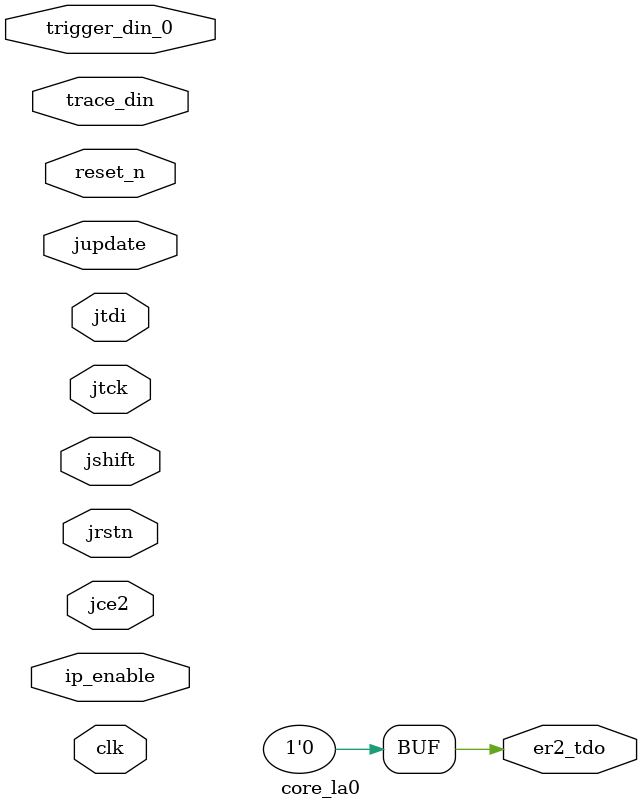
<source format=v>

/* WARNING - Changes to this file should be performed by re-running IPexpress
or modifying the .LPC file and regenerating the core.  Other changes may lead
to inconsistent simulation and/or implemenation results */

module core_la0 (
    clk,
    reset_n,
    jtck,
    jrstn,
    jce2,
    jtdi,
    er2_tdo,
    jshift,
    jupdate,
    trigger_din_0,
    trace_din,
    ip_enable
);

// PARAMETERS DEFINED BY USER
localparam NUM_TRACE_SIGNALS   = 99;
localparam NUM_TRIGGER_SIGNALS = 1;
localparam INCLUDE_TRIG_DATA   = 0;
localparam NUM_TU_BITS_0       = 1;

input  clk;
input  reset_n;
input  jtck;
input  jrstn;
input  jce2;
input  jtdi;
output er2_tdo;
input  jshift;
input  jupdate;
input  [NUM_TU_BITS_0 -1:0] trigger_din_0;
input  [NUM_TRACE_SIGNALS + (NUM_TRIGGER_SIGNALS * INCLUDE_TRIG_DATA) -1:0] trace_din;
input  ip_enable;

assign er2_tdo = 1'b0;

endmodule

</source>
